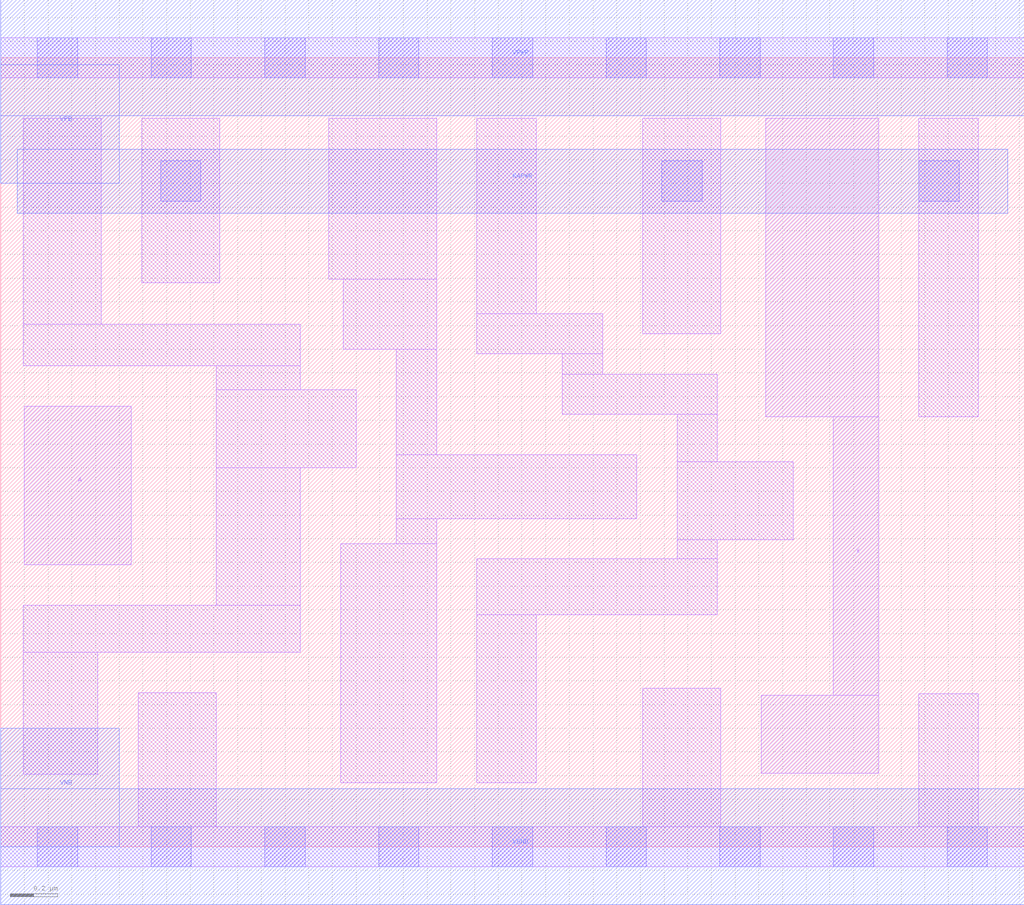
<source format=lef>
# Copyright 2020 The SkyWater PDK Authors
#
# Licensed under the Apache License, Version 2.0 (the "License");
# you may not use this file except in compliance with the License.
# You may obtain a copy of the License at
#
#     https://www.apache.org/licenses/LICENSE-2.0
#
# Unless required by applicable law or agreed to in writing, software
# distributed under the License is distributed on an "AS IS" BASIS,
# WITHOUT WARRANTIES OR CONDITIONS OF ANY KIND, either express or implied.
# See the License for the specific language governing permissions and
# limitations under the License.
#
# SPDX-License-Identifier: Apache-2.0

VERSION 5.5 ;
NAMESCASESENSITIVE ON ;
BUSBITCHARS "[]" ;
DIVIDERCHAR "/" ;
MACRO sky130_fd_sc_lp__dlybuf4s18kapwr_2
  CLASS CORE ;
  SOURCE USER ;
  ORIGIN  0.000000  0.000000 ;
  SIZE  4.320000 BY  3.330000 ;
  SYMMETRY X Y ;
  SITE unit ;
  PIN A
    ANTENNAGATEAREA  0.252000 ;
    DIRECTION INPUT ;
    USE SIGNAL ;
    PORT
      LAYER li1 ;
        RECT 0.100000 1.190000 0.550000 1.860000 ;
    END
  END A
  PIN X
    ANTENNADIFFAREA  0.470400 ;
    DIRECTION OUTPUT ;
    USE SIGNAL ;
    PORT
      LAYER li1 ;
        RECT 3.210000 0.310000 3.705000 0.640000 ;
        RECT 3.230000 1.815000 3.705000 3.075000 ;
        RECT 3.515000 0.640000 3.705000 1.815000 ;
    END
  END X
  PIN KAPWR
    DIRECTION INOUT ;
    USE POWER ;
    PORT
      LAYER met1 ;
        RECT 0.070000 2.675000 4.250000 2.945000 ;
    END
  END KAPWR
  PIN VGND
    DIRECTION INOUT ;
    USE GROUND ;
    PORT
      LAYER met1 ;
        RECT 0.000000 -0.245000 4.320000 0.245000 ;
    END
  END VGND
  PIN VNB
    DIRECTION INOUT ;
    USE GROUND ;
    PORT
      LAYER met1 ;
        RECT 0.000000 0.000000 0.500000 0.500000 ;
    END
  END VNB
  PIN VPB
    DIRECTION INOUT ;
    USE POWER ;
    PORT
      LAYER met1 ;
        RECT 0.000000 2.800000 0.500000 3.300000 ;
    END
  END VPB
  PIN VPWR
    DIRECTION INOUT ;
    USE POWER ;
    PORT
      LAYER met1 ;
        RECT 0.000000 3.085000 4.320000 3.575000 ;
    END
  END VPWR
  OBS
    LAYER li1 ;
      RECT 0.000000 -0.085000 4.320000 0.085000 ;
      RECT 0.000000  3.245000 4.320000 3.415000 ;
      RECT 0.095000  0.305000 0.410000 0.820000 ;
      RECT 0.095000  0.820000 1.265000 1.020000 ;
      RECT 0.095000  2.030000 1.265000 2.205000 ;
      RECT 0.095000  2.205000 0.425000 3.075000 ;
      RECT 0.580000  0.085000 0.910000 0.650000 ;
      RECT 0.595000  2.380000 0.925000 3.075000 ;
      RECT 0.910000  1.020000 1.265000 1.600000 ;
      RECT 0.910000  1.600000 1.500000 1.930000 ;
      RECT 0.910000  1.930000 1.265000 2.030000 ;
      RECT 1.385000  2.395000 1.840000 3.075000 ;
      RECT 1.435000  0.270000 1.840000 1.280000 ;
      RECT 1.445000  2.100000 1.840000 2.395000 ;
      RECT 1.670000  1.280000 1.840000 1.385000 ;
      RECT 1.670000  1.385000 2.685000 1.655000 ;
      RECT 1.670000  1.655000 1.840000 2.100000 ;
      RECT 2.010000  0.270000 2.260000 0.980000 ;
      RECT 2.010000  0.980000 3.025000 1.215000 ;
      RECT 2.010000  2.080000 2.540000 2.250000 ;
      RECT 2.010000  2.250000 2.260000 3.075000 ;
      RECT 2.370000  1.825000 3.025000 1.995000 ;
      RECT 2.370000  1.995000 2.540000 2.080000 ;
      RECT 2.710000  0.085000 3.040000 0.670000 ;
      RECT 2.710000  2.165000 3.040000 3.075000 ;
      RECT 2.855000  1.215000 3.025000 1.295000 ;
      RECT 2.855000  1.295000 3.345000 1.625000 ;
      RECT 2.855000  1.625000 3.025000 1.825000 ;
      RECT 3.875000  0.085000 4.125000 0.645000 ;
      RECT 3.875000  1.815000 4.125000 3.075000 ;
    LAYER mcon ;
      RECT 0.155000 -0.085000 0.325000 0.085000 ;
      RECT 0.155000  3.245000 0.325000 3.415000 ;
      RECT 0.635000 -0.085000 0.805000 0.085000 ;
      RECT 0.635000  3.245000 0.805000 3.415000 ;
      RECT 0.675000  2.725000 0.845000 2.895000 ;
      RECT 1.115000 -0.085000 1.285000 0.085000 ;
      RECT 1.115000  3.245000 1.285000 3.415000 ;
      RECT 1.595000 -0.085000 1.765000 0.085000 ;
      RECT 1.595000  3.245000 1.765000 3.415000 ;
      RECT 2.075000 -0.085000 2.245000 0.085000 ;
      RECT 2.075000  3.245000 2.245000 3.415000 ;
      RECT 2.555000 -0.085000 2.725000 0.085000 ;
      RECT 2.555000  3.245000 2.725000 3.415000 ;
      RECT 2.790000  2.725000 2.960000 2.895000 ;
      RECT 3.035000 -0.085000 3.205000 0.085000 ;
      RECT 3.035000  3.245000 3.205000 3.415000 ;
      RECT 3.515000 -0.085000 3.685000 0.085000 ;
      RECT 3.515000  3.245000 3.685000 3.415000 ;
      RECT 3.875000  2.725000 4.045000 2.895000 ;
      RECT 3.995000 -0.085000 4.165000 0.085000 ;
      RECT 3.995000  3.245000 4.165000 3.415000 ;
  END
END sky130_fd_sc_lp__dlybuf4s18kapwr_2
END LIBRARY

</source>
